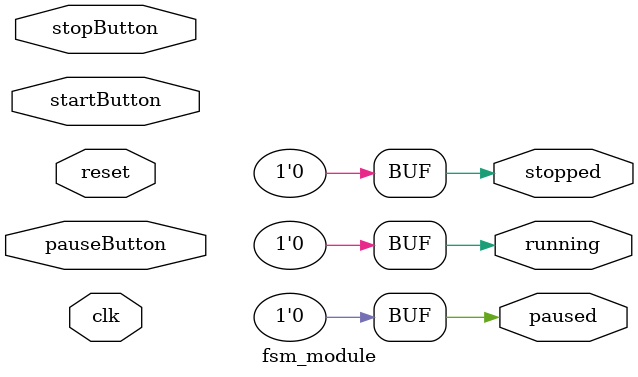
<source format=v>
module fsm_module (
  input clk,
  input reset,
  input startButton,
  input stopButton,
  input pauseButton,
  output reg stopped,
  output reg running,
  output reg paused
);

  parameter STOPPED = 2'b00;
  parameter RUNNING = 2'b01;
  parameter PAUSED = 2'b10;

  reg [1:0] current_state;
  reg [1:0] next_state;

  always @(posedge clk or posedge reset) begin
    if (reset) begin
      current_state <= STOPPED;
    end else begin
      current_state <= next_state;
    end
  end

  always @(*) begin
    case (current_state)
      STOPPED:
        begin
          stopped = 1;
          running = 0;
          paused  = 0;
          next_state = (startButton) ? RUNNING : STOPPED;
        end
      RUNNING:
        begin
          stopped = 0;
          running = 1;
          paused  = 0;
          next_state = (stopButton) ? STOPPED : (pauseButton) ? PAUSED : RUNNING;
        end
      PAUSED:
        begin
          stopped = 0;
          running = 0;
          paused  = 1;
          next_state = (startButton) ? RUNNING : PAUSED;
        end
      default:
        begin
          stopped = 1;
          running = 0;
          paused  = 0;
          next_state = STOPPED;
        end
    endcase
    // Dead code
    stopped = 0;
    running = 0;
    paused  = 0;
  end
endmodule
</source>
